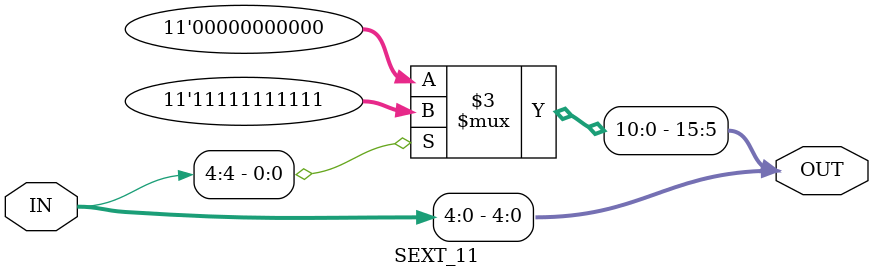
<source format=sv>
module SEXT_5 (input  logic [10:0] IN,
			   output logic [15:0] OUT);
		
		always_comb
		begin
			if (IN[10])
				OUT[15:11] = 5'b11111;
			else
				OUT[15:11] = 5'h0;
			OUT[10:0] = IN;
		end
		
endmodule

// sign extend for 7 bits to reach 16 bits.
module SEXT_7 (input  logic [8:0] IN,
			   output logic [15:0] OUT);
		
		always_comb
		begin
			if (IN[8])
				OUT[15:9] = 7'b1111111;
			else
				OUT[15:9] = 7'h0;
			OUT[8:0] = IN;
		end
		
endmodule

// sign extend for 10 bits to reach 16 bits.
module SEXT_10 (input  logic [5:0] IN,
				output logic [15:0] OUT);
		
		always_comb
		begin
			if (IN[5])
				OUT[15:6] = 10'b1111111111;
			else
				OUT[15:6] = 10'h0;
			OUT[5:0] = IN;
		end
		
endmodule

// sign extend for 11 bits to reach 16 bits.
module SEXT_11 (input  logic [4:0] IN,
				output logic [15:0] OUT);
		
		always_comb
		begin
			if (IN[4])
				OUT[15:5] = 11'b11111111111;
			else
				OUT[15:5] = 11'h0;
			OUT[4:0] = IN;
		end
		
endmodule			
</source>
